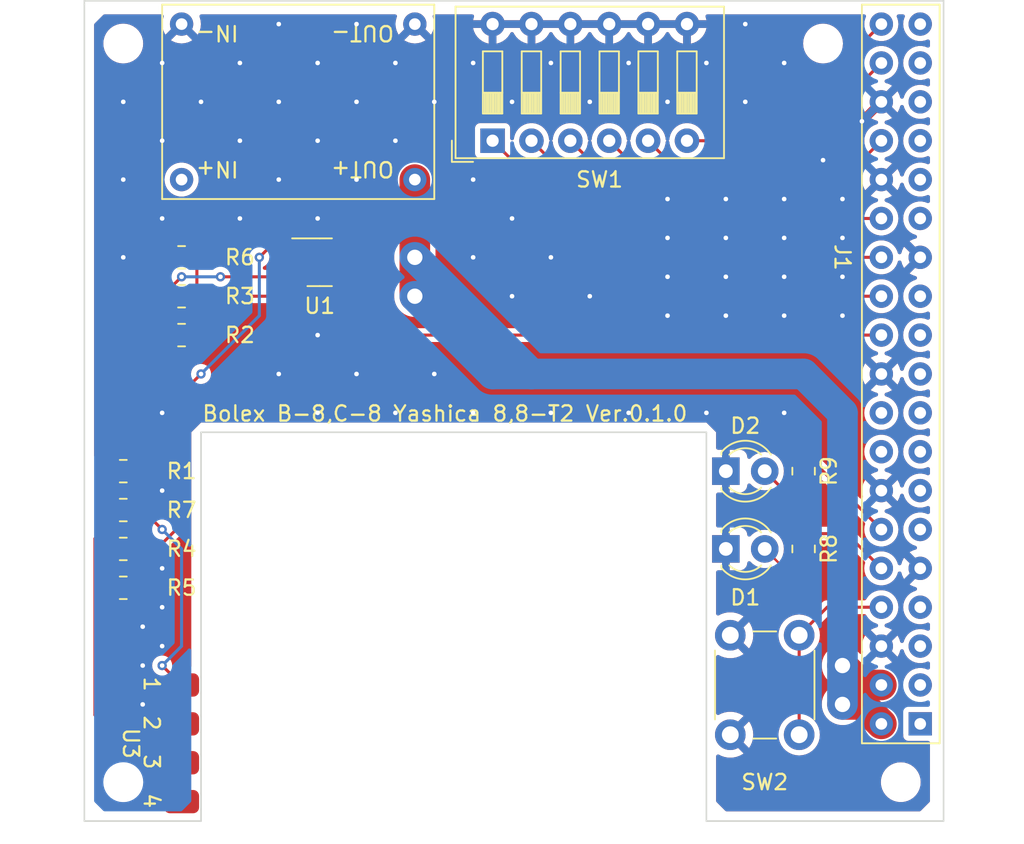
<source format=kicad_pcb>
(kicad_pcb (version 20221018) (generator pcbnew)
  (layers (0 "F.Cu" signal) (31 "B.Cu" signal) (34 "B.Paste" user) (35 "F.Paste" user) (36 "B.SilkS" user "B.Silkscreen") (37 "F.SilkS" user "F.Silkscreen") (38 "B.Mask" user) (39 "F.Mask" user) (44 "Edge.Cuts" user))
  (net 0 "")
  (net 1 "GND")
  (net 2 "Net-(D1-A)")
  (net 3 "Net-(D2-A)")
  (net 5 "+5V")
  (net 15 "Net-(J1-GPIO25)")
  (net 17 "Net-(J1-~{CE0}{slash}GPIO8)")
  (net 18 "Net-(J1-~{CE1}{slash}GPIO7)")
  (net 20 "Net-(J1-ID_SC{slash}GPIO1)")
  (net 23 "Net-(J1-PWM0{slash}GPIO12)")
  (net 26 "Net-(J1-GPIO16)")
  (net 28 "Net-(J1-GPIO20{slash}MOSI1)")
  (net 29 "Net-(U1-+)")
  (net 30 "Net-(R4-Pad1)")
  (net 31 "Net-(U1--)")
  (net 32 "Net-(U3-A)")
  (net 33 "+9V")
  (net 34 "Net-(J1-GPIO14{slash}TXD)")
  (net 35 "Net-(J1-GPIO15{slash}RXD)")
  (net 36 "Net-(J1-GPIO18{slash}PWM0)")
  (footprint "LED_THT:LED_D3.0mm" (layer "F.Cu") (at 143.51 105.41)
    (fp_text reference "D2" (at 1.27 -2.96) (layer "F.SilkS"))
    (fp_text value "LED GREEN")
    (fp_line (start -0.29 -1.236) (end -0.29 -1.08) (stroke (width 0.12)) (layer "F.SilkS"))
    (fp_line (start -0.29 1.08) (end -0.29 1.236) (stroke (width 0.12)) (layer "F.SilkS"))
    (fp_arc (start -0.29 -1.235516) (mid 1.366487 -1.987659) (end 2.942335 -1.078608) (stroke (width 0.12)) (layer "F.SilkS"))
    (fp_arc (start 0.229039 -1.08) (mid 1.270117 -1.5) (end 2.31113 -1.079837) (stroke (width 0.12)) (layer "F.SilkS"))
    (fp_arc (start 2.31113 1.079837) (mid 1.270117 1.5) (end 0.229039 1.08) (stroke (width 0.12)) (layer "F.SilkS"))
    (fp_arc (start 2.942335 1.078608) (mid 1.366487 1.987659) (end -0.29 1.235516) (stroke (width 0.12)) (layer "F.SilkS"))
    (pad "1" thru_hole rect (at 0 0) (size 1.8 1.8) (drill 0.9) (layers "*.Cu" "*.Mask") (net 1 "GND"))
    (pad "2" thru_hole circle (at 2.54 0) (size 1.8 1.8) (drill 0.9) (layers "*.Cu" "*.Mask") (net 3 "Net-(D2-A)"))
  )
  (footprint "Button_Switch_THT:SW_PUSH_6mm" (layer "F.Cu") (at 143.8 122.63 90)
    (fp_text reference "SW2" (at -3.1 2.25 180) (layer "F.SilkS"))
    (fp_text value "SW_shutdown")
    (fp_line (start -0.25 1.5) (end -0.25 3) (stroke (width 0.12)) (layer "F.SilkS"))
    (fp_line (start 1 5.5) (end 5.5 5.5) (stroke (width 0.12)) (layer "F.SilkS"))
    (fp_line (start 5.5 -1) (end 1 -1) (stroke (width 0.12)) (layer "F.SilkS"))
    (fp_line (start 6.75 3) (end 6.75 1.5) (stroke (width 0.12)) (layer "F.SilkS"))
    (pad "1" thru_hole circle (at 0 0 180) (size 2 2) (drill 1.1) (layers "*.Cu" "*.Mask") (net 1 "GND"))
    (pad "1" thru_hole circle (at 6.5 0 180) (size 2 2) (drill 1.1) (layers "*.Cu" "*.Mask") (net 1 "GND"))
    (pad "2" thru_hole circle (at 0 4.5 180) (size 2 2) (drill 1.1) (layers "*.Cu" "*.Mask") (net 34 "Net-(J1-GPIO14{slash}TXD)"))
    (pad "2" thru_hole circle (at 6.5 4.5 180) (size 2 2) (drill 1.1) (layers "*.Cu" "*.Mask") (net 34 "Net-(J1-GPIO14{slash}TXD)"))
  )
  (footprint "Resistor_SMD:R_0805_2012Metric_Pad1.20x1.40mm_HandSolder" (layer "F.Cu") (at 104.14 113.03)
    (fp_text reference "R5" (at 3.81 0) (layer "F.SilkS"))
    (fp_text value "2k")
    (fp_line (start -0.227064 -0.735) (end 0.227064 -0.735) (stroke (width 0.12)) (layer "F.SilkS"))
    (fp_line (start -0.227064 0.735) (end 0.227064 0.735) (stroke (width 0.12)) (layer "F.SilkS"))
    (pad "1" smd roundrect (at -1 0) (size 1.2 1.4) (layers "F.Cu" "F.Paste" "F.Mask") (roundrect_rratio 0.2083333333) (net 30 "Net-(R4-Pad1)"))
    (pad "2" smd roundrect (at 1 0) (size 1.2 1.4) (layers "F.Cu" "F.Paste" "F.Mask") (roundrect_rratio 0.2083333333) (net 1 "GND"))
  )
  (footprint "Resistor_SMD:R_0805_2012Metric_Pad1.20x1.40mm_HandSolder" (layer "F.Cu") (at 104.14 107.95)
    (fp_text reference "R7" (at 3.81 0) (layer "F.SilkS"))
    (fp_text value "220")
    (fp_line (start -0.227064 -0.735) (end 0.227064 -0.735) (stroke (width 0.12)) (layer "F.SilkS"))
    (fp_line (start -0.227064 0.735) (end 0.227064 0.735) (stroke (width 0.12)) (layer "F.SilkS"))
    (pad "1" smd roundrect (at -1 0) (size 1.2 1.4) (layers "F.Cu" "F.Paste" "F.Mask") (roundrect_rratio 0.2083333333) (net 5 "+5V"))
    (pad "2" smd roundrect (at 1 0) (size 1.2 1.4) (layers "F.Cu" "F.Paste" "F.Mask") (roundrect_rratio 0.2083333333) (net 32 "Net-(U3-A)"))
  )
  (footprint "Package_TO_SOT_SMD:SOT-23-5" (layer "F.Cu") (at 116.9725 91.76)
    (fp_text reference "U1" (at 0 2.855) (layer "F.SilkS"))
    (fp_text value "LM397")
    (fp_line (start 0 -1.56) (end -1.8 -1.56) (stroke (width 0.12)) (layer "F.SilkS"))
    (fp_line (start 0 -1.56) (end 0.8 -1.56) (stroke (width 0.12)) (layer "F.SilkS"))
    (fp_line (start 0 1.56) (end -0.8 1.56) (stroke (width 0.12)) (layer "F.SilkS"))
    (fp_line (start 0 1.56) (end 0.8 1.56) (stroke (width 0.12)) (layer "F.SilkS"))
    (pad "1" smd roundrect (at -1.1375 -0.95) (size 1.325 0.6) (layers "F.Cu" "F.Paste" "F.Mask") (net 31 "Net-(U1--)"))
    (pad "2" smd roundrect (at -1.1375 0) (size 1.325 0.6) (layers "F.Cu" "F.Paste" "F.Mask") (net 1 "GND"))
    (pad "3" smd roundrect (at -1.1375 0.95) (size 1.325 0.6) (layers "F.Cu" "F.Paste" "F.Mask") (net 29 "Net-(U1-+)"))
    (pad "4" smd roundrect (at 1.1375 0.95) (size 1.325 0.6) (layers "F.Cu" "F.Paste" "F.Mask") (net 15 "Net-(J1-GPIO25)"))
    (pad "5" smd roundrect (at 1.1375 -0.95) (size 1.325 0.6) (layers "F.Cu" "F.Paste" "F.Mask") (net 5 "+5V"))
  )
  (footprint "Crockwork_Cinecamera:raspberry Pi socket 2x19" (layer "F.Cu") (at 156.21 121.92 180)
    (fp_text reference "J1" (at 5.08 30.48 270 unlocked) (layer "F.SilkS"))
    (fp_text value "Raspberry_Pi_zero2W")
    (fp_line (start -1.27 -1.27) (end -1.27 46.99) (stroke (width 0.12)) (layer "F.SilkS"))
    (fp_line (start 3.81 -1.27) (end -1.27 -1.27) (stroke (width 0.12)) (layer "F.SilkS"))
    (fp_line (start 3.81 -1.27) (end 3.81 46.99) (stroke (width 0.12)) (layer "F.SilkS"))
    (fp_line (start 3.81 46.99) (end -1.27 46.99) (stroke (width 0.12)) (layer "F.SilkS"))
    (pad "1" thru_hole rect (at 0 0 180) (size 1.524 1.524) (drill 0.762) (layers "*.Cu" "*.Mask"))
    (pad "2" thru_hole circle (at 2.54 0 180) (size 1.524 1.524) (drill 0.762) (layers "*.Cu" "*.Mask") (net 5 "+5V"))
    (pad "3" thru_hole circle (at 0 2.54 180) (size 1.524 1.524) (drill 0.762) (layers "*.Cu" "*.Mask"))
    (pad "4" thru_hole circle (at 2.54 2.54 180) (size 1.524 1.524) (drill 0.762) (layers "*.Cu" "*.Mask") (net 5 "+5V"))
    (pad "5" thru_hole circle (at 0 5.08 180) (size 1.524 1.524) (drill 0.762) (layers "*.Cu" "*.Mask"))
    (pad "6" thru_hole circle (at 2.54 5.08 180) (size 1.524 1.524) (drill 0.762) (layers "*.Cu" "*.Mask") (net 1 "GND"))
    (pad "7" thru_hole circle (at 0 7.62 180) (size 1.524 1.524) (drill 0.762) (layers "*.Cu" "*.Mask"))
    (pad "8" thru_hole circle (at 2.54 7.62 180) (size 1.524 1.524) (drill 0.762) (layers "*.Cu" "*.Mask") (net 34 "Net-(J1-GPIO14{slash}TXD)"))
    (pad "9" thru_hole circle (at 0 10.16 180) (size 1.524 1.524) (drill 0.762) (layers "*.Cu" "*.Mask") (net 1 "GND"))
    (pad "10" thru_hole circle (at 2.54 10.16 180) (size 1.524 1.524) (drill 0.762) (layers "*.Cu" "*.Mask") (net 35 "Net-(J1-GPIO15{slash}RXD)"))
    (pad "11" thru_hole circle (at 0 12.7 180) (size 1.524 1.524) (drill 0.762) (layers "*.Cu" "*.Mask"))
    (pad "12" thru_hole circle (at 2.54 12.7 180) (size 1.524 1.524) (drill 0.762) (layers "*.Cu" "*.Mask") (net 36 "Net-(J1-GPIO18{slash}PWM0)"))
    (pad "13" thru_hole circle (at 0 15.24 180) (size 1.524 1.524) (drill 0.762) (layers "*.Cu" "*.Mask"))
    (pad "14" thru_hole circle (at 2.54 15.24 180) (size 1.524 1.524) (drill 0.762) (layers "*.Cu" "*.Mask") (net 1 "GND"))
    (pad "15" thru_hole circle (at 0 17.78 180) (size 1.524 1.524) (drill 0.762) (layers "*.Cu" "*.Mask"))
    (pad "16" thru_hole circle (at 2.54 17.78 180) (size 1.524 1.524) (drill 0.762) (layers "*.Cu" "*.Mask"))
    (pad "17" thru_hole circle (at 0 20.32 180) (size 1.524 1.524) (drill 0.762) (layers "*.Cu" "*.Mask"))
    (pad "18" thru_hole circle (at 2.54 20.32 180) (size 1.524 1.524) (drill 0.762) (layers "*.Cu" "*.Mask"))
    (pad "19" thru_hole circle (at 0 22.86 180) (size 1.524 1.524) (drill 0.762) (layers "*.Cu" "*.Mask"))
    (pad "20" thru_hole circle (at 2.54 22.86 180) (size 1.524 1.524) (drill 0.762) (layers "*.Cu" "*.Mask") (net 1 "GND"))
    (pad "21" thru_hole circle (at 0 25.4 180) (size 1.524 1.524) (drill 0.762) (layers "*.Cu" "*.Mask"))
    (pad "22" thru_hole circle (at 2.54 25.4 180) (size 1.524 1.524) (drill 0.762) (layers "*.Cu" "*.Mask") (net 15 "Net-(J1-GPIO25)"))
    (pad "23" thru_hole circle (at 0 27.94 180) (size 1.524 1.524) (drill 0.762) (layers "*.Cu" "*.Mask"))
    (pad "24" thru_hole circle (at 2.54 27.94 180) (size 1.524 1.524) (drill 0.762) (layers "*.Cu" "*.Mask") (net 17 "Net-(J1-~{CE0}{slash}GPIO8)"))
    (pad "25" thru_hole circle (at 0 30.48 180) (size 1.524 1.524) (drill 0.762) (layers "*.Cu" "*.Mask") (net 1 "GND"))
    (pad "26" thru_hole circle (at 2.54 30.48 180) (size 1.524 1.524) (drill 0.762) (layers "*.Cu" "*.Mask") (net 18 "Net-(J1-~{CE1}{slash}GPIO7)"))
    (pad "27" thru_hole circle (at 0 33.02 180) (size 1.524 1.524) (drill 0.762) (layers "*.Cu" "*.Mask"))
    (pad "28" thru_hole circle (at 2.54 33.02 180) (size 1.524 1.524) (drill 0.762) (layers "*.Cu" "*.Mask") (net 20 "Net-(J1-ID_SC{slash}GPIO1)"))
    (pad "29" thru_hole circle (at 0 35.56 180) (size 1.524 1.524) (drill 0.762) (layers "*.Cu" "*.Mask"))
    (pad "30" thru_hole circle (at 2.54 35.56 180) (size 1.524 1.524) (drill 0.762) (layers "*.Cu" "*.Mask") (net 1 "GND"))
    (pad "31" thru_hole circle (at 0 38.1 180) (size 1.524 1.524) (drill 0.762) (layers "*.Cu" "*.Mask"))
    (pad "32" thru_hole circle (at 2.54 38.1 180) (size 1.524 1.524) (drill 0.762) (layers "*.Cu" "*.Mask") (net 23 "Net-(J1-PWM0{slash}GPIO12)"))
    (pad "33" thru_hole circle (at 0 40.64 180) (size 1.524 1.524) (drill 0.762) (layers "*.Cu" "*.Mask"))
    (pad "34" thru_hole circle (at 2.54 40.64 180) (size 1.524 1.524) (drill 0.762) (layers "*.Cu" "*.Mask") (net 1 "GND"))
    (pad "35" thru_hole circle (at 0 43.18 180) (size 1.524 1.524) (drill 0.762) (layers "*.Cu" "*.Mask"))
    (pad "36" thru_hole circle (at 2.54 43.18 180) (size 1.524 1.524) (drill 0.762) (layers "*.Cu" "*.Mask") (net 26 "Net-(J1-GPIO16)"))
    (pad "37" thru_hole circle (at 0 45.72 180) (size 1.524 1.524) (drill 0.762) (layers "*.Cu" "*.Mask"))
    (pad "38" thru_hole circle (at 2.54 45.72 180) (size 1.524 1.524) (drill 0.762) (layers "*.Cu" "*.Mask") (net 28 "Net-(J1-GPIO20{slash}MOSI1)"))
  )
  (footprint "Resistor_SMD:R_0805_2012Metric_Pad1.20x1.40mm_HandSolder" (layer "F.Cu") (at 107.95 96.52)
    (fp_text reference "R2" (at 3.81 0) (layer "F.SilkS"))
    (fp_text value "1k")
    (fp_line (start -0.227064 -0.735) (end 0.227064 -0.735) (stroke (width 0.12)) (layer "F.SilkS"))
    (fp_line (start -0.227064 0.735) (end 0.227064 0.735) (stroke (width 0.12)) (layer "F.SilkS"))
    (pad "1" smd roundrect (at -1 0) (size 1.2 1.4) (layers "F.Cu" "F.Paste" "F.Mask") (roundrect_rratio 0.2083333333) (net 29 "Net-(U1-+)"))
    (pad "2" smd roundrect (at 1 0) (size 1.2 1.4) (layers "F.Cu" "F.Paste" "F.Mask") (roundrect_rratio 0.2083333333) (net 1 "GND"))
  )
  (footprint "Crockwork_Cinecamera:MP2307 DC-DC Board" (layer "F.Cu") (at 107.95 86.36 90)
    (fp_text reference "U2" hide)
    (fp_text value "~")
    (fp_text user "OUT+" (at 1.27 13.97 180 unlocked) (layer "F.SilkS") (effects (justify left bottom)))
    (fp_text user "IN-" (at 10.16 3.81 180 unlocked) (layer "F.SilkS") (effects (justify left bottom)))
    (fp_text user "IN+" (at 1.27 3.81 180 unlocked) (layer "F.SilkS") (effects (justify left bottom)))
    (fp_text user "OUT-" (at 10.16 13.97 180 unlocked) (layer "F.SilkS") (effects (justify left bottom)))
    (fp_line (start -1.27 -1.27) (end 11.43 -1.27) (stroke (width 0.12)) (layer "F.SilkS"))
    (fp_line (start -1.27 16.51) (end -1.27 -1.27) (stroke (width 0.12)) (layer "F.SilkS"))
    (fp_line (start 11.43 -1.27) (end 11.43 16.51) (stroke (width 0.12)) (layer "F.SilkS"))
    (fp_line (start 11.43 16.51) (end -1.27 16.51) (stroke (width 0.12)) (layer "F.SilkS"))
    (pad "1" thru_hole circle (at 0 0 90) (size 1.524 1.524) (drill 0.762) (layers "*.Cu" "*.Mask") (net 33 "+9V"))
    (pad "2" thru_hole circle (at 10.16 0 90) (size 1.524 1.524) (drill 0.762) (layers "*.Cu" "*.Mask") (net 1 "GND"))
    (pad "3" thru_hole circle (at 0 15.24 90) (size 1.524 1.524) (drill 0.762) (layers "*.Cu" "*.Mask") (net 5 "+5V"))
    (pad "4" thru_hole circle (at 10.16 15.24 90) (size 1.524 1.524) (drill 0.762) (layers "*.Cu" "*.Mask") (net 1 "GND"))
  )
  (footprint "LED_THT:LED_D3.0mm" (layer "F.Cu") (at 143.51 110.49)
    (fp_text reference "D1" (at 1.27 3.175) (layer "F.SilkS"))
    (fp_text value "LED RED")
    (fp_line (start -0.29 -1.236) (end -0.29 -1.08) (stroke (width 0.12)) (layer "F.SilkS"))
    (fp_line (start -0.29 1.08) (end -0.29 1.236) (stroke (width 0.12)) (layer "F.SilkS"))
    (fp_arc (start -0.29 -1.235516) (mid 1.366487 -1.987659) (end 2.942335 -1.078608) (stroke (width 0.12)) (layer "F.SilkS"))
    (fp_arc (start 0.229039 -1.08) (mid 1.270117 -1.5) (end 2.31113 -1.079837) (stroke (width 0.12)) (layer "F.SilkS"))
    (fp_arc (start 2.31113 1.079837) (mid 1.270117 1.5) (end 0.229039 1.08) (stroke (width 0.12)) (layer "F.SilkS"))
    (fp_arc (start 2.942335 1.078608) (mid 1.366487 1.987659) (end -0.29 1.235516) (stroke (width 0.12)) (layer "F.SilkS"))
    (pad "1" thru_hole rect (at 0 0) (size 1.8 1.8) (drill 0.9) (layers "*.Cu" "*.Mask") (net 1 "GND"))
    (pad "2" thru_hole circle (at 2.54 0) (size 1.8 1.8) (drill 0.9) (layers "*.Cu" "*.Mask") (net 2 "Net-(D1-A)"))
  )
  (footprint "Resistor_SMD:R_0805_2012Metric_Pad1.20x1.40mm_HandSolder" (layer "F.Cu") (at 104.14 105.41)
    (fp_text reference "R1" (at 3.81 0) (layer "F.SilkS"))
    (fp_text value "36k")
    (fp_line (start -0.227064 -0.735) (end 0.227064 -0.735) (stroke (width 0.12)) (layer "F.SilkS"))
    (fp_line (start -0.227064 0.735) (end 0.227064 0.735) (stroke (width 0.12)) (layer "F.SilkS"))
    (pad "1" smd roundrect (at -1 0) (size 1.2 1.4) (layers "F.Cu" "F.Paste" "F.Mask") (roundrect_rratio 0.2083333333) (net 5 "+5V"))
    (pad "2" smd roundrect (at 1 0) (size 1.2 1.4) (layers "F.Cu" "F.Paste" "F.Mask") (roundrect_rratio 0.2083333333) (net 29 "Net-(U1-+)"))
  )
  (footprint "Resistor_SMD:R_0805_2012Metric_Pad1.20x1.40mm_HandSolder" (layer "F.Cu") (at 148.59 110.49 -90)
    (fp_text reference "R8" (at 0 -1.65 90) (layer "F.SilkS"))
    (fp_text value "1k")
    (fp_line (start -0.227064 -0.735) (end 0.227064 -0.735) (stroke (width 0.12)) (layer "F.SilkS"))
    (fp_line (start -0.227064 0.735) (end 0.227064 0.735) (stroke (width 0.12)) (layer "F.SilkS"))
    (pad "1" smd roundrect (at -1 0 270) (size 1.2 1.4) (layers "F.Cu" "F.Paste" "F.Mask") (roundrect_rratio 0.2083333333) (net 35 "Net-(J1-GPIO15{slash}RXD)"))
    (pad "2" smd roundrect (at 1 0 270) (size 1.2 1.4) (layers "F.Cu" "F.Paste" "F.Mask") (roundrect_rratio 0.2083333333) (net 2 "Net-(D1-A)"))
  )
  (footprint "Button_Switch_THT:SW_DIP_SPSTx06_Slide_9.78x17.42mm_W7.62mm_P2.54mm" (layer "F.Cu") (at 128.27 83.82 90)
    (fp_text reference "SW1" (at -2.54 6.985 180) (layer "F.SilkS"))
    (fp_text value "SW_DIP_x06")
    (fp_line (start -1.38 -2.66) (end -1.38 -1.277) (stroke (width 0.12)) (layer "F.SilkS"))
    (fp_line (start -1.38 -2.66) (end 0.004 -2.66) (stroke (width 0.12)) (layer "F.SilkS"))
    (fp_line (start -1.14 -2.42) (end -1.14 15.12) (stroke (width 0.12)) (layer "F.SilkS"))
    (fp_line (start -1.14 -2.42) (end 8.76 -2.42) (stroke (width 0.12)) (layer "F.SilkS"))
    (fp_line (start -1.14 15.12) (end 8.76 15.12) (stroke (width 0.12)) (layer "F.SilkS"))
    (fp_line (start 1.78 -0.635) (end 1.78 0.635) (stroke (width 0.12)) (layer "F.SilkS"))
    (fp_line (start 1.78 -0.515) (end 3.133333 -0.515) (stroke (width 0.12)) (layer "F.SilkS"))
    (fp_line (start 1.78 -0.395) (end 3.133333 -0.395) (stroke (width 0.12)) (layer "F.SilkS"))
    (fp_line (start 1.78 -0.275) (end 3.133333 -0.275) (stroke (width 0.12)) (layer "F.SilkS"))
    (fp_line (start 1.78 -0.155) (end 3.133333 -0.155) (stroke (width 0.12)) (layer "F.SilkS"))
    (fp_line (start 1.78 -0.035) (end 3.133333 -0.035) (stroke (width 0.12)) (layer "F.SilkS"))
    (fp_line (start 1.78 0.085) (end 3.133333 0.085) (stroke (width 0.12)) (layer "F.SilkS"))
    (fp_line (start 1.78 0.205) (end 3.133333 0.205) (stroke (width 0.12)) (layer "F.SilkS"))
    (fp_line (start 1.78 0.325) (end 3.133333 0.325) (stroke (width 0.12)) (layer "F.SilkS"))
    (fp_line (start 1.78 0.445) (end 3.133333 0.445) (stroke (width 0.12)) (layer "F.SilkS"))
    (fp_line (start 1.78 0.565) (end 3.133333 0.565) (stroke (width 0.12)) (layer "F.SilkS"))
    (fp_line (start 1.78 0.635) (end 5.84 0.635) (stroke (width 0.12)) (layer "F.SilkS"))
    (fp_line (start 1.78 1.905) (end 1.78 3.175) (stroke (width 0.12)) (layer "F.SilkS"))
    (fp_line (start 1.78 2.025) (end 3.133333 2.025) (stroke (width 0.12)) (layer "F.SilkS"))
    (fp_line (start 1.78 2.145) (end 3.133333 2.145) (stroke (width 0.12)) (layer "F.SilkS"))
    (fp_line (start 1.78 2.265) (end 3.133333 2.265) (stroke (width 0.12)) (layer "F.SilkS"))
    (fp_line (start 1.78 2.385) (end 3.133333 2.385) (stroke (width 0.12)) (layer "F.SilkS"))
    (fp_line (start 1.78 2.505) (end 3.133333 2.505) (stroke (width 0.12)) (layer "F.SilkS"))
    (fp_line (start 1.78 2.625) (end 3.133333 2.625) (stroke (width 0.12)) (layer "F.SilkS"))
    (fp_line (start 1.78 2.745) (end 3.133333 2.745) (stroke (width 0.12)) (layer "F.SilkS"))
    (fp_line (start 1.78 2.865) (end 3.133333 2.865) (stroke (width 0.12)) (layer "F.SilkS"))
    (fp_line (start 1.78 2.985) (end 3.133333 2.985) (stroke (width 0.12)) (layer "F.SilkS"))
    (fp_line (start 1.78 3.105) (end 3.133333 3.105) (stroke (width 0.12)) (layer "F.SilkS"))
    (fp_line (start 1.78 3.175) (end 5.84 3.175) (stroke (width 0.12)) (layer "F.SilkS"))
    (fp_line (start 1.78 4.445) (end 1.78 5.715) (stroke (width 0.12)) (layer "F.SilkS"))
    (fp_line (start 1.78 4.565) (end 3.133333 4.565) (stroke (width 0.12)) (layer "F.SilkS"))
    (fp_line (start 1.78 4.685) (end 3.133333 4.685) (stroke (width 0.12)) (layer "F.SilkS"))
    (fp_line (start 1.78 4.805) (end 3.133333 4.805) (stroke (width 0.12)) (layer "F.SilkS"))
    (fp_line (start 1.78 4.925) (end 3.133333 4.925) (stroke (width 0.12)) (layer "F.SilkS"))
    (fp_line (start 1.78 5.045) (end 3.133333 5.045) (stroke (width 0.12)) (layer "F.SilkS"))
    (fp_line (start 1.78 5.165) (end 3.133333 5.165) (stroke (width 0.12)) (layer "F.SilkS"))
    (fp_line (start 1.78 5.285) (end 3.133333 5.285) (stroke (width 0.12)) (layer "F.SilkS"))
    (fp_line (start 1.78 5.405) (end 3.133333 5.405) (stroke (width 0.12)) (layer "F.SilkS"))
    (fp_line (start 1.78 5.525) (end 3.133333 5.525) (stroke (width 0.12)) (layer "F.SilkS"))
    (fp_line (start 1.78 5.645) (end 3.133333 5.645) (stroke (width 0.12)) (layer "F.SilkS"))
    (fp_line (start 1.78 5.715) (end 5.84 5.715) (stroke (width 0.12)) (layer "F.SilkS"))
    (fp_line (start 1.78 6.985) (end 1.78 8.255) (stroke (width 0.12)) (layer "F.SilkS"))
    (fp_line (start 1.78 7.105) (end 3.133333 7.105) (stroke (width 0.12)) (layer "F.SilkS"))
    (fp_line (start 1.78 7.225) (end 3.133333 7.225) (stroke (width 0.12)) (layer "F.SilkS"))
    (fp_line (start 1.78 7.345) (end 3.133333 7.345) (stroke (width 0.12)) (layer "F.SilkS"))
    (fp_line (start 1.78 7.465) (end 3.133333 7.465) (stroke (width 0.12)) (layer "F.SilkS"))
    (fp_line (start 1.78 7.585) (end 3.133333 7.585) (stroke (width 0.12)) (layer "F.SilkS"))
    (fp_line (start 1.78 7.705) (end 3.133333 7.705) (stroke (width 0.12)) (layer "F.SilkS"))
    (fp_line (start 1.78 7.825) (end 3.133333 7.825) (stroke (width 0.12)) (layer "F.SilkS"))
    (fp_line (start 1.78 7.945) (end 3.133333 7.945) (stroke (width 0.12)) (layer "F.SilkS"))
    (fp_line (start 1.78 8.065) (end 3.133333 8.065) (stroke (width 0.12)) (layer "F.SilkS"))
    (fp_line (start 1.78 8.185) (end 3.133333 8.185) (stroke (width 0.12)) (layer "F.SilkS"))
    (fp_line (start 1.78 8.255) (end 5.84 8.255) (stroke (width 0.12)) (layer "F.SilkS"))
    (fp_line (start 1.78 9.525) (end 1.78 10.795) (stroke (width 0.12)) (layer "F.SilkS"))
    (fp_line (start 1.78 9.645) (end 3.133333 9.645) (stroke (width 0.12)) (layer "F.SilkS"))
    (fp_line (start 1.78 9.765) (end 3.133333 9.765) (stroke (width 0.12)) (layer "F.SilkS"))
    (fp_line (start 1.78 9.885) (end 3.133333 9.885) (stroke (width 0.12)) (layer "F.SilkS"))
    (fp_line (start 1.78 10.005) (end 3.133333 10.005) (stroke (width 0.12)) (layer "F.SilkS"))
    (fp_line (start 1.78 10.125) (end 3.133333 10.125) (stroke (width 0.12)) (layer "F.SilkS"))
    (fp_line (start 1.78 10.245) (end 3.133333 10.245) (stroke (width 0.12)) (layer "F.SilkS"))
    (fp_line (start 1.78 10.365) (end 3.133333 10.365) (stroke (width 0.12)) (layer "F.SilkS"))
    (fp_line (start 1.78 10.485) (end 3.133333 10.485) (stroke (width 0.12)) (layer "F.SilkS"))
    (fp_line (start 1.78 10.605) (end 3.133333 10.605) (stroke (width 0.12)) (layer "F.SilkS"))
    (fp_line (start 1.78 10.725) (end 3.133333 10.725) (stroke (width 0.12)) (layer "F.SilkS"))
    (fp_line (start 1.78 10.795) (end 5.84 10.795) (stroke (width 0.12)) (layer "F.SilkS"))
    (fp_line (start 1.78 12.065) (end 1.78 13.335) (stroke (width 0.12)) (layer "F.SilkS"))
    (fp_line (start 1.78 12.185) (end 3.133333 12.185) (stroke (width 0.12)) (layer "F.SilkS"))
    (fp_line (start 1.78 12.305) (end 3.133333 12.305) (stroke (width 0.12)) (layer "F.SilkS"))
    (fp_line (start 1.78 12.425) (end 3.133333 12.425) (stroke (width 0.12)) (layer "F.SilkS"))
    (fp_line (start 1.78 12.545) (end 3.133333 12.545) (stroke (width 0.12)) (layer "F.SilkS"))
    (fp_line (start 1.78 12.665) (end 3.133333 12.665) (stroke (width 0.12)) (layer "F.SilkS"))
    (fp_line (start 1.78 12.785) (end 3.133333 12.785) (stroke (width 0.12)) (layer "F.SilkS"))
    (fp_line (start 1.78 12.905) (end 3.133333 12.905) (stroke (width 0.12)) (layer "F.SilkS"))
    (fp_line (start 1.78 13.025) (end 3.133333 13.025) (stroke (width 0.12)) (layer "F.SilkS"))
    (fp_line (start 1.78 13.145) (end 3.133333 13.145) (stroke (width 0.12)) (layer "F.SilkS"))
    (fp_line (start 1.78 13.265) (end 3.133333 13.265) (stroke (width 0.12)) (layer "F.SilkS"))
    (fp_line (start 1.78 13.335) (end 5.84 13.335) (stroke (width 0.12)) (layer "F.SilkS"))
    (fp_line (start 3.133333 -0.635) (end 3.133333 0.635) (stroke (width 0.12)) (layer "F.SilkS"))
    (fp_line (start 3.133333 1.905) (end 3.133333 3.175) (stroke (width 0.12)) (layer "F.SilkS"))
    (fp_line (start 3.133333 4.445) (end 3.133333 5.715) (stroke (width 0.12)) (layer "F.SilkS"))
    (fp_line (start 3.133333 6.985) (end 3.133333 8.255) (stroke (width 0.12)) (layer "F.SilkS"))
    (fp_line (start 3.133333 9.525) (end 3.133333 10.795) (stroke (width 0.12)) (layer "F.SilkS"))
    (fp_line (start 3.133333 12.065) (end 3.133333 13.335) (stroke (width 0.12)) (layer "F.SilkS"))
    (fp_line (start 5.84 -0.635) (end 1.78 -0.635) (stroke (width 0.12)) (layer "F.SilkS"))
    (fp_line (start 5.84 0.635) (end 5.84 -0.635) (stroke (width 0.12)) (layer "F.SilkS"))
    (fp_line (start 5.84 1.905) (end 1.78 1.905) (stroke (width 0.12)) (layer "F.SilkS"))
    (fp_line (start 5.84 3.175) (end 5.84 1.905) (stroke (width 0.12)) (layer "F.SilkS"))
    (fp_line (start 5.84 4.445) (end 1.78 4.445) (stroke (width 0.12)) (layer "F.SilkS"))
    (fp_line (start 5.84 5.715) (end 5.84 4.445) (stroke (width 0.12)) (layer "F.SilkS"))
    (fp_line (start 5.84 6.985) (end 1.78 6.985) (stroke (width 0.12)) (layer "F.SilkS"))
    (fp_line (start 5.84 8.255) (end 5.84 6.985) (stroke (width 0.12)) (layer "F.SilkS"))
    (fp_line (start 5.84 9.525) (end 1.78 9.525) (stroke (width 0.12)) (layer "F.SilkS"))
    (fp_line (start 5.84 10.795) (end 5.84 9.525) (stroke (width 0.12)) (layer "F.SilkS"))
    (fp_line (start 5.84 12.065) (end 1.78 12.065) (stroke (width 0.12)) (layer "F.SilkS"))
    (fp_line (start 5.84 13.335) (end 5.84 12.065) (stroke (width 0.12)) (layer "F.SilkS"))
    (fp_line (start 8.76 -2.42) (end 8.76 15.12) (stroke (width 0.12)) (layer "F.SilkS"))
    (pad "1" thru_hole rect (at 0 0 90) (size 1.6 1.6) (drill 0.8) (layers "*.Cu" "*.Mask") (net 17 "Net-(J1-~{CE0}{slash}GPIO8)"))
    (pad "2" thru_hole oval (at 0 2.54 90) (size 1.6 1.6) (drill 0.8) (layers "*.Cu" "*.Mask") (net 18 "Net-(J1-~{CE1}{slash}GPIO7)"))
    (pad "3" thru_hole oval (at 0 5.08 90) (size 1.6 1.6) (drill 0.8) (layers "*.Cu" "*.Mask") (net 20 "Net-(J1-ID_SC{slash}GPIO1)"))
    (pad "4" thru_hole oval (at 0 7.62 90) (size 1.6 1.6) (drill 0.8) (layers "*.Cu" "*.Mask") (net 23 "Net-(J1-PWM0{slash}GPIO12)"))
    (pad "5" thru_hole oval (at 0 10.16 90) (size 1.6 1.6) (drill 0.8) (layers "*.Cu" "*.Mask") (net 26 "Net-(J1-GPIO16)"))
    (pad "6" thru_hole oval (at 0 12.7 90) (size 1.6 1.6) (drill 0.8) (layers "*.Cu" "*.Mask") (net 28 "Net-(J1-GPIO20{slash}MOSI1)"))
    (pad "7" thru_hole oval (at 7.62 12.7 90) (size 1.6 1.6) (drill 0.8) (layers "*.Cu" "*.Mask") (net 1 "GND"))
    (pad "8" thru_hole oval (at 7.62 10.16 90) (size 1.6 1.6) (drill 0.8) (layers "*.Cu" "*.Mask") (net 1 "GND"))
    (pad "9" thru_hole oval (at 7.62 7.62 90) (size 1.6 1.6) (drill 0.8) (layers "*.Cu" "*.Mask") (net 1 "GND"))
    (pad "10" thru_hole oval (at 7.62 5.08 90) (size 1.6 1.6) (drill 0.8) (layers "*.Cu" "*.Mask") (net 1 "GND"))
    (pad "11" thru_hole oval (at 7.62 2.54 90) (size 1.6 1.6) (drill 0.8) (layers "*.Cu" "*.Mask") (net 1 "GND"))
    (pad "12" thru_hole oval (at 7.62 0 90) (size 1.6 1.6) (drill 0.8) (layers "*.Cu" "*.Mask") (net 1 "GND"))
  )
  (footprint "Resistor_SMD:R_0805_2012Metric_Pad1.20x1.40mm_HandSolder" (layer "F.Cu") (at 104.14 110.49)
    (fp_text reference "R4" (at 3.81 0) (layer "F.SilkS"))
    (fp_text value "220")
    (fp_line (start -0.227064 -0.735) (end 0.227064 -0.735) (stroke (width 0.12)) (layer "F.SilkS"))
    (fp_line (start -0.227064 0.735) (end 0.227064 0.735) (stroke (width 0.12)) (layer "F.SilkS"))
    (pad "1" smd roundrect (at -1 0) (size 1.2 1.4) (layers "F.Cu" "F.Paste" "F.Mask") (roundrect_rratio 0.2083333333) (net 30 "Net-(R4-Pad1)"))
    (pad "2" smd roundrect (at 1 0) (size 1.2 1.4) (layers "F.Cu" "F.Paste" "F.Mask") (roundrect_rratio 0.2083333333) (net 31 "Net-(U1--)"))
  )
  (footprint "MountingHole:MountingHole_2.1mm" (layer "F.Cu") (at 154.94 125.73)
    (fp_text reference "REF**" hide)
    (fp_text value "MountingHole_2.1mm")
    (pad "" np_thru_hole circle (at 0 0) (size 2.1 2.1) (drill 2.1) (layers "*.Cu" "*.Mask"))
  )
  (footprint "Resistor_SMD:R_0805_2012Metric_Pad1.20x1.40mm_HandSolder" (layer "F.Cu") (at 107.95 91.44)
    (fp_text reference "R6" (at 3.81 0) (layer "F.SilkS"))
    (fp_text value "2k2")
    (fp_line (start -0.227064 -0.735) (end 0.227064 -0.735) (stroke (width 0.12)) (layer "F.SilkS"))
    (fp_line (start -0.227064 0.735) (end 0.227064 0.735) (stroke (width 0.12)) (layer "F.SilkS"))
    (pad "1" smd roundrect (at -1 0) (size 1.2 1.4) (layers "F.Cu" "F.Paste" "F.Mask") (roundrect_rratio 0.2083333333) (net 5 "+5V"))
    (pad "2" smd roundrect (at 1 0) (size 1.2 1.4) (layers "F.Cu" "F.Paste" "F.Mask") (roundrect_rratio 0.2083333333) (net 15 "Net-(J1-GPIO25)"))
  )
  (footprint "MountingHole:MountingHole_2.1mm" (layer "F.Cu") (at 149.86 77.47)
    (fp_text reference "REF**" hide)
    (fp_text value "MountingHole_2.1mm")
    (pad "" np_thru_hole circle (at 0 0) (size 2.1 2.1) (drill 2.1) (layers "*.Cu" "*.Mask"))
  )
  (footprint "MountingHole:MountingHole_2.1mm" (layer "F.Cu") (at 104.14 125.73)
    (fp_text reference "REF**" hide)
    (fp_text value "MountingHole_2.1mm")
    (pad "" np_thru_hole circle (at 0 0) (size 2.1 2.1) (drill 2.1) (layers "*.Cu" "*.Mask"))
  )
  (footprint "Crockwork_Cinecamera:LBR-123F_2" (layer "F.Cu") (at 104.14 123.19 -90)
    (fp_text reference "U3" (at 0 -0.5 -90 unlocked) (layer "F.SilkS"))
    (fp_text value "LBR-123F_2")
    (fp_text user "1" (at -4.445 -1.27 -90 unlocked) (layer "F.SilkS") (effects (justify left bottom)))
    (fp_text user "4" (at 3.175 -1.27 -90 unlocked) (layer "F.SilkS") (effects (justify left bottom)))
    (fp_text user "3" (at 0.635 -1.27 -90 unlocked) (layer "F.SilkS") (effects (justify left bottom)))
    (fp_text user "2" (at -1.905 -1.27 -90 unlocked) (layer "F.SilkS") (effects (justify left bottom)))
    (pad "1" smd roundrect (at -3.81 -3.81) (size 2.286 1.524) (layers "F.Cu" "F.Paste" "F.Mask") (net 32 "Net-(U3-A)"))
    (pad "2" smd roundrect (at -1.27 -3.81) (size 2.286 1.524) (layers "F.Cu" "F.Paste" "F.Mask") (net 1 "GND"))
    (pad "3" smd roundrect (at 1.27 -3.81 180) (size 2.286 1.524) (layers "F.Cu" "F.Paste" "F.Mask") (net 30 "Net-(R4-Pad1)"))
    (pad "4" smd roundrect (at 3.81 -3.81) (size 2.286 1.524) (layers "F.Cu" "F.Paste" "F.Mask") (net 5 "+5V"))
  )
  (footprint "Resistor_SMD:R_0805_2012Metric_Pad1.20x1.40mm_HandSolder" (layer "F.Cu") (at 107.95 93.98)
    (fp_text reference "R3" (at 3.81 0) (layer "F.SilkS"))
    (fp_text value "12k")
    (fp_line (start -0.227064 -0.735) (end 0.227064 -0.735) (stroke (width 0.12)) (layer "F.SilkS"))
    (fp_line (start -0.227064 0.735) (end 0.227064 0.735) (stroke (width 0.12)) (layer "F.SilkS"))
    (pad "1" smd roundrect (at -1 0) (size 1.2 1.4) (layers "F.Cu" "F.Paste" "F.Mask") (roundrect_rratio 0.2083333333) (net 29 "Net-(U1-+)"))
    (pad "2" smd roundrect (at 1 0) (size 1.2 1.4) (layers "F.Cu" "F.Paste" "F.Mask") (roundrect_rratio 0.2083333333) (net 15 "Net-(J1-GPIO25)"))
  )
  (footprint "MountingHole:MountingHole_2.1mm" (layer "F.Cu") (at 104.14 77.47)
    (fp_text reference "REF**" hide)
    (fp_text value "MountingHole_2.1mm")
    (pad "" np_thru_hole circle (at 0 0) (size 2.1 2.1) (drill 2.1) (layers "*.Cu" "*.Mask"))
  )
  (footprint "Resistor_SMD:R_0805_2012Metric_Pad1.20x1.40mm_HandSolder" (layer "F.Cu") (at 148.59 105.41 -90)
    (fp_text reference "R9" (at 0 -1.65 90) (layer "F.SilkS"))
    (fp_text value "1k")
    (fp_line (start -0.227064 -0.735) (end 0.227064 -0.735) (stroke (width 0.12)) (layer "F.SilkS"))
    (fp_line (start -0.227064 0.735) (end 0.227064 0.735) (stroke (width 0.12)) (layer "F.SilkS"))
    (pad "1" smd roundrect (at -1 0 270) (size 1.2 1.4) (layers "F.Cu" "F.Paste" "F.Mask") (roundrect_rratio 0.2083333333) (net 36 "Net-(J1-GPIO18{slash}PWM0)"))
    (pad "2" smd roundrect (at 1 0 270) (size 1.2 1.4) (layers "F.Cu" "F.Paste" "F.Mask") (roundrect_rratio 0.2083333333) (net 3 "Net-(D2-A)"))
  )
  (gr_line (start 142.24 102.87) (end 109.22 102.87) (stroke (width 0.1)) (layer "Edge.Cuts"))
  (gr_line (start 157.734 128.27) (end 142.24 128.27) (stroke (width 0.1)) (layer "Edge.Cuts"))
  (gr_line (start 109.22 102.87) (end 109.22 128.27) (stroke (width 0.1)) (layer "Edge.Cuts"))
  (gr_line (start 101.6 74.93) (end 101.6 74.93) (stroke (width 0.1)) (layer "Edge.Cuts"))
  (gr_line (start 101.6 128.27) (end 101.6 74.676) (stroke (width 0.1)) (layer "Edge.Cuts"))
  (gr_line (start 157.734 74.676) (end 157.734 128.27) (stroke (width 0.1)) (layer "Edge.Cuts"))
  (gr_line (start 101.6 74.676) (end 157.734 74.676) (stroke (width 0.1)) (layer "Edge.Cuts"))
  (gr_line (start 109.22 128.27) (end 101.6 128.27) (stroke (width 0.1)) (layer "Edge.Cuts"))
  (gr_line (start 142.24 128.27) (end 142.24 102.87) (stroke (width 0.1)) (layer "Edge.Cuts"))
  (gr_text "Bolex B-8,C-8 Yashica 8,8-T2 Ver.0.1.0" (at 109.22 102.235) (layer "F.SilkS") (effects (font (size 1 1)) (justify left bottom)))
  (segment (start 105.14 112.801631) (end 105.14 113.03) (width 0.2) (layer "F.Cu") (net 1))
  (segment (start 153.67 81.28) (end 152.4 82.55) (width 0.6) (layer "F.Cu") (net 1))
  (segment (start 106.68 121.92) (end 105.41 120.65) (width 0.6) (layer "F.Cu") (net 1))
  (segment (start 107.95 121.92) (end 106.68 121.92) (width 0.6) (layer "F.Cu") (net 1))
  (segment (start 143.8 110.78) (end 143.51 110.49) (width 0.2) (layer "F.Cu") (net 1))
  (via (at 124.46 99.06) (size 0.605) (drill 0.3) (layers "F.Cu" "B.Cu") (net 1))
  (via (at 139.7 92.71) (size 0.605) (drill 0.3) (layers "F.Cu" "B.Cu") (net 1))
  (via (at 116.84 88.9) (size 0.605) (drill 0.3) (layers "F.Cu" "B.Cu") (net 1))
  (via (at 116.84 83.82) (size 0.605) (drill 0.3) (layers "F.Cu" "B.Cu") (net 1))
  (via (at 149.86 85.09) (size 0.605) (drill 0.3) (layers "F.Cu" "B.Cu") (net 1))
  (via (at 104.14 86.36) (size 0.605) (drill 0.3) (layers "F.Cu" "B.Cu") (net 1))
  (via (at 116.84 96.52) (size 0.605) (drill 0.3) (layers "F.Cu" "B.Cu") (net 1))
  (via (at 144.78 76.2) (size 0.605) (drill 0.3) (layers "F.Cu" "B.Cu") (net 1))
  (via (at 127 101.6) (size 0.605) (drill 0.3) (layers "F.Cu" "B.Cu") (net 1))
  (via (at 106.68 106.68) (size 0.605) (drill 0.3) (layers "F.Cu" "B.Cu") (net 1))
  (via (at 139.7 90.17) (size 0.605) (drill 0.3) (layers "F.Cu" "B.Cu") (net 1))
  (via (at 106.68 111.76) (size 0.605) (drill 0.3) (layers "F.Cu" "B.Cu") (net 1))
  (via (at 119.38 86.36) (size 0.605) (drill 0.3) (layers "F.Cu" "B.Cu") (net 1))
  (via (at 114.3 76.2) (size 0.605) (drill 0.3) (layers "F.Cu" "B.Cu") (net 1))
  (via (at 134.62 81.28) (size 0.605) (drill 0.3) (layers "F.Cu" "B.Cu") (net 1))
  (via (at 106.68 83.82) (size 0.605) (drill 0.3) (layers "F.Cu" "B.Cu") (net 1))
  (via (at 106.68 114.3) (size 0.605) (drill 0.3) (layers "F.Cu" "B.Cu") (net 1))
  (via (at 121.92 78.74) (size 0.605) (drill 0.3) (layers "F.Cu" "B.Cu") (net 1))
  (via (at 139.7 87.63) (size 0.605) (drill 0.3) (layers "F.Cu" "B.Cu") (net 1))
  (via (at 105.41 115.57) (size 0.605) (drill 0.3) (layers "F.Cu" "B.Cu") (net 1))
  (via (at 143.51 92.71) (size 0.605) (drill 0.3) (layers "F.Cu" "B.Cu") (net 1))
  (via (at 151.13 95.25) (size 0.605) (drill 0.3) (layers "F.Cu" "B.Cu") (net 1))
  (via (at 129.54 93.98) (size 0.605) (drill 0.3) (layers "F.Cu" "B.Cu") (net 1))
  (via (at 127 91.44) (size 0.605) (drill 0.3) (layers "F.Cu" "B.Cu") (net 1))
  (via (at 147.32 87.63) (size 0.605) (drill 0.3) (layers "F.Cu" "B.Cu") (net 1))
  (via (at 129.54 81.28) (size 0.605) (drill 0.3) (layers "F.Cu" "B.Cu") (net 1))
  (via (at 106.68 88.9) (size 0.605) (drill 0.3) (layers "F.Cu" "B.Cu") (net 1))
  (via (at 111.76 78.74) (size 0.605) (drill 0.3) (layers "F.Cu" "B.Cu") (net 1))
  (via (at 124.46 81.28) (size 0.605) (drill 0.3) (layers "F.Cu" "B.Cu") (net 1))
  (via (at 105.41 118.11) (size 0.605) (drill 0.3) (layers "F.Cu" "B.Cu") (net 1))
  (via (at 147.32 92.71) (size 0.605) (drill 0.3) (layers "F.Cu" "B.Cu") (net 1))
  (via (at 114.3 86.36) (size 0.605) (drill 0.3) (layers "F.Cu" "B.Cu") (net 1))
  (via (at 111.76 83.82) (size 0.605) (drill 0.3) (layers "F.Cu" "B.Cu") (net 1))
  (via (at 119.38 99.06) (size 0.605) (drill 0.3) (layers "F.Cu" "B.Cu") (net 1))
  (via (at 143.51 87.63) (size 0.605) (drill 0.3) (layers "F.Cu" "B.Cu") (net 1))
  (via (at 104.14 81.28) (size 0.605) (drill 0.3) (layers "F.Cu" "B.Cu") (net 1))
  (via (at 147.32 78.74) (size 0.605) (drill 0.3) (layers "F.Cu" "B.Cu") (net 1))
  (via (at 132.08 101.6) (size 0.605) (drill 0.3) (layers "F.Cu" "B.Cu") (net 1))
  (via (at 134.62 93.98) (size 0.605) (drill 0.3) (layers "F.Cu" "B.Cu") (net 1))
  (via (at 121.92 83.82) (size 0.605) (drill 0.3) (layers "F.Cu" "B.Cu") (net 1))
  (via (at 116.84 101.6) (size 0.605) (drill 0.3) (layers "F.Cu" "B.Cu") (net 1))
  (via (at 142.24 101.6) (size 0.605) (drill 0.3) (layers "F.Cu" "B.Cu") (net 1))
  (via (at 104.14 91.44) (size 0.605) (drill 0.3) (layers "F.Cu" "B.Cu") (net 1))
  (via (at 114.3 81.28) (size 0.605) (drill 0.3) (layers "F.Cu" "B.Cu") (net 1))
  (via (at 142.24 78.74) (size 0.605) (drill 0.3) (layers "F.Cu" "B.Cu") (net 1))
  (via (at 129.54 88.9) (size 0.605) (drill 0.3) (layers "F.Cu" "B.Cu") (net 1))
  (via (at 151.13 92.71) (size 0.605) (drill 0.3) (layers "F.Cu" "B.Cu") (net 1))
  (via (at 137.16 78.74) (size 0.605) (drill 0.3) (layers "F.Cu" "B.Cu") (net 1))
  (via (at 139.7 95.25) (size 0.605) (drill 0.3) (layers "F.Cu" "B.Cu") (net 1))
  (via (at 109.22 81.28) (size 0.605) (drill 0.3) (layers "F.Cu" "B.Cu") (net 1))
  (via (at 143.51 90.17) (size 0.605) (drill 0.3) (layers "F.Cu" "B.Cu") (net 1))
  (via (at 127 78.74) (size 0.605) (drill 0.3) (layers "F.Cu" "B.Cu") (net 1))
  (via (at 119.38 81.28) (size 0.605) (drill 0.3) (layers "F.Cu" "B.Cu") (net 1))
  (via (at 105.41 120.65) (size 0.605) (drill 0.3) (layers "F.Cu" "B.Cu") (net 1))
  (via (at 106.68 78.74) (size 0.605) (drill 0.3) (layers "F.Cu" "B.Cu") (net 1))
  (via (at 137.16 101.6) (size 0.605) (drill 0.3) (layers "F.Cu" "B.Cu") (net 1))
  (via (at 143.51 95.25) (size 0.605) (drill 0.3) (layers "F.Cu" "B.Cu") (net 1))
  (via (at 127 86.36) (size 0.605) (drill 0.3) (layers "F.Cu" "B.Cu") (net 1))
  (via (at 116.84 78.74) (size 0.605) (drill 0.3) (layers "F.Cu" "B.Cu") (net 1))
  (via (at 147.32 101.6) (size 0.605) (drill 0.3) (layers "F.Cu" "B.Cu") (net 1))
  (via (at 152.4 82.55) (size 0.605) (drill 0.3) (layers "F.Cu" "B.Cu") (net 1))
  (via (at 151.13 90.17) (size 0.605) (drill 0.3) (layers "F.Cu" "B.Cu") (net 1))
  (via (at 106.68 101.6) (size 0.605) (drill 0.3) (layers "F.Cu" "B.Cu") (net 1))
  (via (at 132.08 78.74) (size 0.605) (drill 0.3) (layers "F.Cu" "B.Cu") (net 1))
  (via (at 151.13 87.63) (size 0.605) (drill 0.3) (layers "F.Cu" "B.Cu") (net 1))
  (via (at 147.32 90.17) (size 0.605) (drill 0.3) (layers "F.Cu" "B.Cu") (net 1))
  (via (at 144.78 81.28) (size 0.605) (drill 0.3) (layers "F.Cu" "B.Cu") (net 1))
  (via (at 106.68 116.84) (size 0.605) (drill 0.3) (layers "F.Cu" "B.Cu") (net 1))
  (via (at 121.92 101.6) (size 0.605) (drill 0.3) (layers "F.Cu" "B.Cu") (net 1))
  (via (at 111.76 88.9) (size 0.605) (drill 0.3) (layers "F.Cu" "B.Cu") (net 1))
  (via (at 147.32 95.25) (size 0.605) (drill 0.3) (layers "F.Cu" "B.Cu") (net 1))
  (via (at 132.08 91.44) (size 0.605) (drill 0.3) (layers "F.Cu" "B.Cu") (net 1))
  (via (at 114.3 99.06) (size 0.605) (drill 0.3) (layers "F.Cu" "B.Cu") (net 1))
  (via (at 139.7 81.28) (size 0.605) (drill 0.3) (layers "F.Cu" "B.Cu") (net 1))
  (via (at 119.38 76.2) (size 0.605) (drill 0.3) (layers "F.Cu" "B.Cu") (net 1))
  (segment (start 147.05 111.49) (end 148.59 111.49) (width 0.1524) (layer "F.Cu") (net 2))
  (segment (start 146.05 110.49) (end 147.05 111.49) (width 0.1524) (layer "F.Cu") (net 2))
  (segment (start 147.05 106.41) (end 148.59 106.41) (width 0.2) (layer "F.Cu") (net 3))
  (segment (start 146.05 105.41) (end 147.05 106.41) (width 0.2) (layer "F.Cu") (net 3))
  (segment (start 102.574972 109.5376) (end 102.2876 109.824972) (width 0.2) (layer "F.Cu") (net 5))
  (segment (start 103.705028 109.5376) (end 102.574972 109.5376) (width 0.2) (layer "F.Cu") (net 5))
  (segment (start 120.65 90.17) (end 123.19 90.17) (width 0.6) (layer "F.Cu") (net 5))
  (segment (start 103.14 105.41) (end 103.14 107.95) (width 0.2) (layer "F.Cu") (net 5))
  (segment (start 104.14 108.95) (end 104.14 109.972572) (width 0.2) (layer "F.Cu") (net 5))
  (segment (start 117.5576 90.2576) (end 118.11 90.81) (width 0.2) (layer "F.Cu") (net 5))
  (segment (start 106.95 91.44) (end 108.1324 90.2576) (width 0.2) (layer "F.Cu") (net 5))
  (segment (start 102.2876 121.3376) (end 107.95 127) (width 0.2) (layer "F.Cu") (net 5))
  (segment (start 151.13 118.11) (end 152.4 119.38) (width 2) (layer "F.Cu") (net 5))
  (segment (start 123.19 91.44) (end 123.19 93.98) (width 2) (layer "F.Cu") (net 5))
  (segment (start 104.14 109.972572) (end 103.705028 109.5376) (width 0.2) (layer "F.Cu") (net 5))
  (segment (start 152.4 120.65) (end 153.67 121.92) (width 2) (layer "F.Cu") (net 5))
  (segment (start 123.19 87.63) (end 123.19 90.17) (width 2) (layer "F.Cu") (net 5))
  (segment (start 152.4 119.38) (end 153.67 119.38) (width 2) (layer "F.Cu") (net 5))
  (segment (start 102.2876 109.824972) (end 102.2876 121.3376) (width 0.2) (layer "F.Cu") (net 5))
  (segment (start 118.11 90.81) (end 120.01 90.81) (width 0.6) (layer "F.Cu") (net 5))
  (segment (start 103.14 105.41) (end 103.14 95.25) (width 0.2) (layer "F.Cu") (net 5))
  (segment (start 108.1324 90.2576) (end 117.5576 90.2576) (width 0.2) (layer "F.Cu") (net 5))
  (segment (start 103.14 95.25) (end 106.95 91.44) (width 0.2) (layer "F.Cu") (net 5))
  (segment (start 123.19 90.17) (end 123.19 91.44) (width 2) (layer "F.Cu") (net 5))
  (segment (start 120.01 90.81) (end 120.65 90.17) (width 0.6) (layer "F.Cu") (net 5))
  (segment (start 123.19 86.36) (end 123.19 87.63) (width 2) (layer "F.Cu") (net 5))
  (segment (start 151.13 120.65) (end 152.4 120.65) (width 2) (layer "F.Cu") (net 5))
  (segment (start 103.14 107.95) (end 104.14 108.95) (width 0.2) (layer "F.Cu") (net 5))
  (via (at 123.19 93.98) (size 1.5) (drill 1) (layers "F.Cu" "B.Cu") (net 5))
  (via (at 151.13 120.65) (size 1.5) (drill 1) (layers "F.Cu" "B.Cu") (net 5))
  (via (at 151.13 118.11) (size 1.5) (drill 1) (layers "F.Cu" "B.Cu") (net 5))
  (via (at 123.19 91.44) (size 1.5) (drill 1) (layers "F.Cu" "B.Cu") (net 5))
  (segment (start 148.59 99.06) (end 151.13 101.6) (width 2) (layer "B.Cu") (net 5))
  (segment (start 151.13 101.6) (end 151.13 118.11) (width 2) (layer "B.Cu") (net 5))
  (segment (start 123.19 91.44) (end 130.81 99.06) (width 2) (layer "B.Cu") (net 5))
  (segment (start 130.81 99.06) (end 148.59 99.06) (width 2) (layer "B.Cu") (net 5))
  (segment (start 151.13 118.11) (end 151.13 120.65) (width 2) (layer "B.Cu") (net 5))
  (segment (start 123.19 93.98) (end 128.27 99.06) (width 2) (layer "B.Cu") (net 5))
  (segment (start 128.27 99.06) (end 130.81 99.06) (width 2) (layer "B.Cu") (net 5))
  (segment (start 108.95 93.98) (end 116.84 93.98) (width 0.2) (layer "F.Cu") (net 15))
  (segment (start 108.95 93.98) (end 108.95 91.44) (width 0.2) (layer "F.Cu") (net 15))
  (segment (start 116.84 93.98) (end 118.11 92.71) (width 0.2) (layer "F.Cu") (net 15))
  (segment (start 121.92 96.52) (end 153.67 96.52) (width 0.2) (layer "F.Cu") (net 15))
  (segment (start 118.11 92.71) (end 121.92 96.52) (width 0.2) (layer "F.Cu") (net 15))
  (segment (start 128.27 83.82) (end 138.43 93.98) (width 0.2) (layer "F.Cu") (net 17))
  (segment (start 153.67 93.98) (end 138.43 93.98) (width 0.2) (layer "F.Cu") (net 17))
  (segment (start 130.81 83.82) (end 138.43 91.44) (width 0.2) (layer "F.Cu") (net 18))
  (segment (start 153.67 91.44) (end 138.43 91.44) (width 0.2) (layer "F.Cu") (net 18))
  (segment (start 133.35 83.82) (end 138.43 88.9) (width 0.2) (layer "F.Cu") (net 20))
  (segment (start 153.67 88.9) (end 138.43 88.9) (width 0.2) (layer "F.Cu") (net 20))
  (segment (start 150.9952 86.4948) (end 153.67 83.82) (width 0.2) (layer "F.Cu") (net 23))
  (segment (start 135.89 83.82) (end 138.5648 86.4948) (width 0.2) (layer "F.Cu") (net 23))
  (segment (start 138.5648 86.4948) (end 150.9952 86.4948) (width 0.2) (layer "F.Cu") (net 23))
  (segment (start 147.32 85.09) (end 153.67 78.74) (width 0.2) (layer "F.Cu") (net 26))
  (segment (start 139.7 85.09) (end 147.32 85.09) (width 0.2) (layer "F.Cu") (net 26))
  (segment (start 138.43 83.82) (end 139.7 85.09) (width 0.2) (layer "F.Cu") (net 26))
  (segment (start 146.05 83.82) (end 140.97 83.82) (width 0.2) (layer "F.Cu") (net 28))
  (segment (start 153.67 76.2) (end 146.05 83.82) (width 0.2) (layer "F.Cu") (net 28))
  (segment (start 106.95 93.98) (end 106.95 93.71) (width 0.2) (layer "F.Cu") (net 29))
  (segment (start 115.835 92.71) (end 114.3 92.71) (width 0.2) (layer "F.Cu") (net 29))
  (segment (start 105.14 98.33) (end 106.95 96.52) (width 0.2) (layer "F.Cu") (net 29))
  (segment (start 106.95 93.71) (end 107.95 92.71) (width 0.2) (layer "F.Cu") (net 29))
  (segment (start 105.14 105.41) (end 105.14 98.33) (width 0.2) (layer "F.Cu") (net 29))
  (segment (start 114.3 92.71) (end 110.49 92.71) (width 0.2) (layer "F.Cu") (net 29))
  (segment (start 106.95 93.98) (end 106.95 96.52) (width 0.2) (layer "F.Cu") (net 29))
  (via (at 107.95 92.71) (size 0.605) (drill 0.3) (layers "F.Cu" "B.Cu") (net 29))
  (via (at 110.49 92.71) (size 0.605) (drill 0.3) (layers "F.Cu" "B.Cu") (net 29))
  (segment (start 107.95 92.71) (end 110.49 92.71) (width 0.2) (layer "B.Cu") (net 29))
  (segment (start 103.14 113.03) (end 103.14 120.285) (width 0.2) (layer "F.Cu") (net 30))
  (segment (start 107.315 124.46) (end 107.95 124.46) (width 0.2) (layer "F.Cu") (net 30))
  (segment (start 103.14 120.285) (end 107.315 124.46) (width 0.2) (layer "F.Cu") (net 30))
  (segment (start 103.14 113.03) (end 103.14 110.49) (width 0.2) (layer "F.Cu") (net 30))
  (segment (start 107.5976 109.22) (end 107.5976 100.6824) (width 0.2) (layer "F.Cu") (net 31))
  (segment (start 105.14 110.49) (end 106.3276 110.49) (width 0.2) (layer "F.Cu") (net 31))
  (segment (start 107.5976 100.6824) (end 109.22 99.06) (width 0.2) (layer "F.Cu") (net 31))
  (segment (start 113.03 91.44) (end 113.66 90.81) (width 0.2) (layer "F.Cu") (net 31))
  (segment (start 106.3276 110.49) (end 107.5976 109.22) (width 0.2) (layer "F.Cu") (net 31))
  (segment (start 113.66 90.81) (end 115.835 90.81) (width 0.2) (layer "F.Cu") (net 31))
  (via (at 109.22 99.06) (size 0.605) (drill 0.3) (layers "F.Cu" "B.Cu") (net 31))
  (via (at 113.03 91.44) (size 0.605) (drill 0.3) (layers "F.Cu" "B.Cu") (net 31))
  (segment (start 109.22 99.06) (end 113.03 95.25) (width 0.2) (layer "B.Cu") (net 31))
  (segment (start 113.03 92.71) (end 113.03 91.44) (width 0.2) (layer "B.Cu") (net 31))
  (segment (start 113.03 95.25) (end 113.03 92.71) (width 0.2) (layer "B.Cu") (net 31))
  (segment (start 105.14 107.95) (end 105.41 107.95) (width 0.2) (layer "F.Cu") (net 32))
  (segment (start 107.95 119.38) (end 106.68 118.11) (width 0.2) (layer "F.Cu") (net 32))
  (segment (start 105.41 107.95) (end 106.68 109.22) (width 0.2) (layer "F.Cu") (net 32))
  (via (at 106.68 109.22) (size 0.605) (drill 0.3) (layers "F.Cu" "B.Cu") (net 32))
  (via (at 106.68 118.11) (size 0.605) (drill 0.3) (layers "F.Cu" "B.Cu") (net 32))
  (segment (start 106.68 109.22) (end 107.95 110.49) (width 0.2) (layer "B.Cu") (net 32))
  (segment (start 107.95 110.49) (end 107.95 116.84) (width 0.2) (layer "B.Cu") (net 32))
  (segment (start 107.95 116.84) (end 106.68 118.11) (width 0.2) (layer "B.Cu") (net 32))
  (segment (start 148.3 116.13) (end 148.3 122.63) (width 0.2) (layer "F.Cu") (net 34))
  (segment (start 148.3 116.13) (end 150.13 114.3) (width 0.2) (layer "F.Cu") (net 34))
  (segment (start 150.13 114.3) (end 153.67 114.3) (width 0.2) (layer "F.Cu") (net 34))
  (segment (start 151.4 109.49) (end 153.67 111.76) (width 0.2) (layer "F.Cu") (net 35))
  (segment (start 148.59 109.49) (end 151.4 109.49) (width 0.2) (layer "F.Cu") (net 35))
  (segment (start 148.59 104.41) (end 148.86 104.41) (width 0.2) (layer "F.Cu") (net 36))
  (segment (start 148.86 104.41) (end 153.67 109.22) (width 0.2) (layer "F.Cu") (net 36))
  (zone (net 1) (net_name "GND") (layer "F.Cu") (connect_pads (clearance 0.35)) (min_thickness 0.25) (fill yes (thermal_gap 0.5) (thermal_bridge_width 0.5))
    (polygon (pts (xy 102.235 127) (xy 102.87 127.635) (xy 107.95 127.635) (xy 108.585 127) (xy 108.585 102.87) (xy 109.22 102.235) (xy 142.24 102.235) (xy 142.875 102.87) (xy 142.875 127) (xy 143.51 127.635) (xy 156.21 127.635) (xy 156.845 127) (xy 156.845 76.2) (xy 156.21 75.565) (xy 102.87 75.565) (xy 102.235 76.2)))
  )
  (zone (net 1) (net_name "GND") (layer "B.Cu") (priority 1) (connect_pads (clearance 0.35)) (min_thickness 0.25) (fill yes (thermal_gap 0.5) (thermal_bridge_width 0.5))
    (polygon (pts (xy 102.235 127) (xy 102.87 127.635) (xy 107.95 127.635) (xy 108.585 127) (xy 108.585 102.87) (xy 109.22 102.235) (xy 142.24 102.235) (xy 142.875 102.87) (xy 142.875 127) (xy 143.51 127.635) (xy 156.21 127.635) (xy 156.845 127) (xy 156.845 76.2) (xy 156.21 75.565) (xy 102.87 75.565) (xy 102.235 76.2)))
  )
)
</source>
